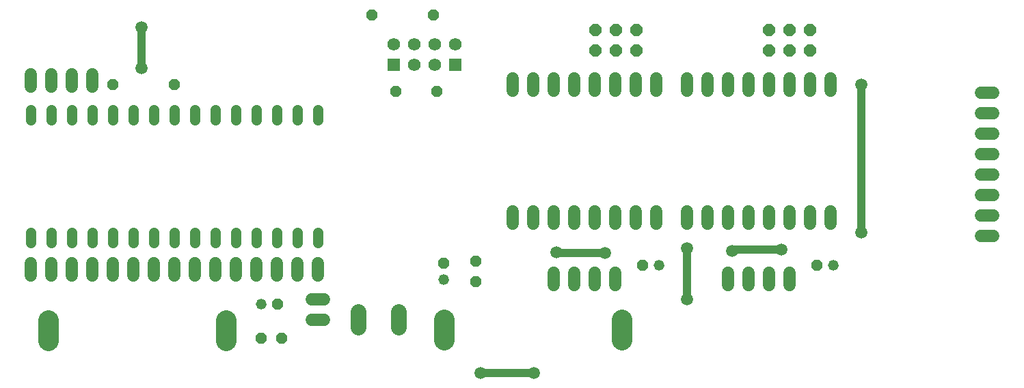
<source format=gbr>
G04 EAGLE Gerber RS-274X export*
G75*
%MOMM*%
%FSLAX34Y34*%
%LPD*%
%INTop Copper*%
%IPPOS*%
%AMOC8*
5,1,8,0,0,1.08239X$1,22.5*%
G01*
%ADD10C,1.524000*%
%ADD11C,1.308000*%
%ADD12C,1.981200*%
%ADD13P,1.649562X8X202.500000*%
%ADD14R,1.575000X1.575000*%
%ADD15C,1.575000*%
%ADD16P,1.429621X8X22.500000*%
%ADD17P,1.429621X8X202.500000*%
%ADD18C,1.320800*%
%ADD19P,1.429621X8X112.500000*%
%ADD20C,2.540000*%
%ADD21C,1.500000*%
%ADD22C,1.000000*%


D10*
X774700Y414020D02*
X774700Y398780D01*
X749300Y398780D02*
X749300Y414020D01*
X723900Y414020D02*
X723900Y398780D01*
X698500Y398780D02*
X698500Y414020D01*
D11*
X406400Y603060D02*
X406400Y616140D01*
X381000Y616140D02*
X381000Y603060D01*
X355600Y603060D02*
X355600Y616140D01*
X330200Y616140D02*
X330200Y603060D01*
X304800Y603060D02*
X304800Y616140D01*
X279400Y616140D02*
X279400Y603060D01*
X254000Y603060D02*
X254000Y616140D01*
X228600Y616140D02*
X228600Y603060D01*
X203200Y603060D02*
X203200Y616140D01*
X177800Y616140D02*
X177800Y603060D01*
X152400Y603060D02*
X152400Y616140D01*
X127000Y616140D02*
X127000Y603060D01*
X406400Y463740D02*
X406400Y450660D01*
X381000Y450660D02*
X381000Y463740D01*
X355600Y463740D02*
X355600Y450660D01*
X203200Y450660D02*
X203200Y463740D01*
X177800Y463740D02*
X177800Y450660D01*
X152400Y450660D02*
X152400Y463740D01*
X127000Y463740D02*
X127000Y450660D01*
X50800Y450660D02*
X50800Y463740D01*
X50800Y603060D02*
X50800Y616140D01*
X76200Y616140D02*
X76200Y603060D01*
X101600Y603060D02*
X101600Y616140D01*
X76200Y463740D02*
X76200Y450660D01*
X101600Y450660D02*
X101600Y463740D01*
X330200Y463740D02*
X330200Y450660D01*
X228600Y450660D02*
X228600Y463740D01*
X254000Y463740D02*
X254000Y450660D01*
X279400Y450660D02*
X279400Y463740D01*
X304800Y463740D02*
X304800Y450660D01*
D10*
X1228090Y637540D02*
X1243330Y637540D01*
X1243330Y612140D02*
X1228090Y612140D01*
X1228090Y586740D02*
X1243330Y586740D01*
X1243330Y561340D02*
X1228090Y561340D01*
X1228090Y535940D02*
X1243330Y535940D01*
X1243330Y510540D02*
X1228090Y510540D01*
X1228090Y485140D02*
X1243330Y485140D01*
X1243330Y459740D02*
X1228090Y459740D01*
X825500Y640080D02*
X825500Y655320D01*
X800100Y655320D02*
X800100Y640080D01*
X774700Y640080D02*
X774700Y655320D01*
X749300Y655320D02*
X749300Y640080D01*
X723900Y640080D02*
X723900Y655320D01*
X698500Y655320D02*
X698500Y640080D01*
X673100Y640080D02*
X673100Y655320D01*
X647700Y655320D02*
X647700Y640080D01*
X825500Y490220D02*
X825500Y474980D01*
X800100Y474980D02*
X800100Y490220D01*
X774700Y490220D02*
X774700Y474980D01*
X749300Y474980D02*
X749300Y490220D01*
X723900Y490220D02*
X723900Y474980D01*
X698500Y474980D02*
X698500Y490220D01*
X673100Y490220D02*
X673100Y474980D01*
X647700Y474980D02*
X647700Y490220D01*
D12*
X506476Y365506D02*
X506476Y345694D01*
X456438Y345694D02*
X456438Y365506D01*
D10*
X1041400Y640080D02*
X1041400Y655320D01*
X1016000Y655320D02*
X1016000Y640080D01*
X990600Y640080D02*
X990600Y655320D01*
X965200Y655320D02*
X965200Y640080D01*
X939800Y640080D02*
X939800Y655320D01*
X914400Y655320D02*
X914400Y640080D01*
X889000Y640080D02*
X889000Y655320D01*
X863600Y655320D02*
X863600Y640080D01*
X1041400Y490220D02*
X1041400Y474980D01*
X1016000Y474980D02*
X1016000Y490220D01*
X990600Y490220D02*
X990600Y474980D01*
X965200Y474980D02*
X965200Y490220D01*
X939800Y490220D02*
X939800Y474980D01*
X914400Y474980D02*
X914400Y490220D01*
X889000Y490220D02*
X889000Y474980D01*
X863600Y474980D02*
X863600Y490220D01*
X990600Y414020D02*
X990600Y398780D01*
X965200Y398780D02*
X965200Y414020D01*
X939800Y414020D02*
X939800Y398780D01*
X914400Y398780D02*
X914400Y414020D01*
D13*
X801370Y715010D03*
X801370Y689610D03*
X775970Y715010D03*
X775970Y689610D03*
X750570Y715010D03*
X750570Y689610D03*
X1016000Y715010D03*
X1016000Y689610D03*
X990600Y715010D03*
X990600Y689610D03*
X965200Y715010D03*
X965200Y689610D03*
D10*
X414020Y355600D02*
X398780Y355600D01*
X398780Y381000D02*
X414020Y381000D01*
D14*
X500380Y671830D03*
D15*
X525780Y671830D03*
X551180Y671830D03*
D14*
X576580Y671830D03*
D15*
X576580Y697230D03*
X551180Y697230D03*
X525780Y697230D03*
X500380Y697230D03*
D16*
X502920Y638810D03*
X553720Y638810D03*
X152400Y647700D03*
X228600Y647700D03*
X473710Y734060D03*
X549910Y734060D03*
D10*
X50800Y660400D02*
X50800Y645160D01*
X76200Y645160D02*
X76200Y660400D01*
X101600Y660400D02*
X101600Y645160D01*
X127000Y645160D02*
X127000Y660400D01*
X50800Y425450D02*
X50800Y410210D01*
X76200Y410210D02*
X76200Y425450D01*
X101600Y425450D02*
X101600Y410210D01*
X127000Y410210D02*
X127000Y425450D01*
X152400Y425450D02*
X152400Y410210D01*
X177800Y410210D02*
X177800Y425450D01*
X203200Y425450D02*
X203200Y410210D01*
X228600Y410210D02*
X228600Y425450D01*
X254000Y425450D02*
X254000Y410210D01*
X279400Y410210D02*
X279400Y425450D01*
X304800Y425450D02*
X304800Y410210D01*
X330200Y410210D02*
X330200Y425450D01*
X355600Y425450D02*
X355600Y410210D01*
X381000Y410210D02*
X381000Y425450D01*
X406400Y425450D02*
X406400Y410210D01*
D17*
X808990Y422910D03*
D18*
X829310Y422910D03*
D17*
X1024890Y422910D03*
D18*
X1045210Y422910D03*
D19*
X562610Y425450D03*
D18*
X562610Y405130D03*
D19*
X601980Y402590D03*
X601980Y427990D03*
D16*
X356870Y374650D03*
D18*
X336550Y374650D03*
D16*
X336550Y332740D03*
X361950Y332740D03*
D20*
X563118Y330200D02*
X563118Y355600D01*
X783082Y355600D02*
X783082Y330200D01*
X292862Y328930D02*
X292862Y354330D01*
X72898Y354330D02*
X72898Y328930D01*
D21*
X762000Y438150D03*
D22*
X703220Y438150D01*
X701950Y439420D01*
D21*
X701950Y439420D03*
X674370Y289560D03*
D22*
X608330Y289560D01*
D21*
X608330Y289560D03*
X863600Y444500D03*
D22*
X863600Y381000D01*
D21*
X863600Y381000D03*
X1079500Y647700D03*
D22*
X1079500Y463910D01*
D21*
X1079500Y463910D03*
X980355Y442045D03*
D22*
X921435Y442045D01*
X920080Y440690D01*
D21*
X920080Y440690D03*
X187960Y718820D03*
D22*
X187960Y668020D01*
D21*
X187960Y668020D03*
M02*

</source>
